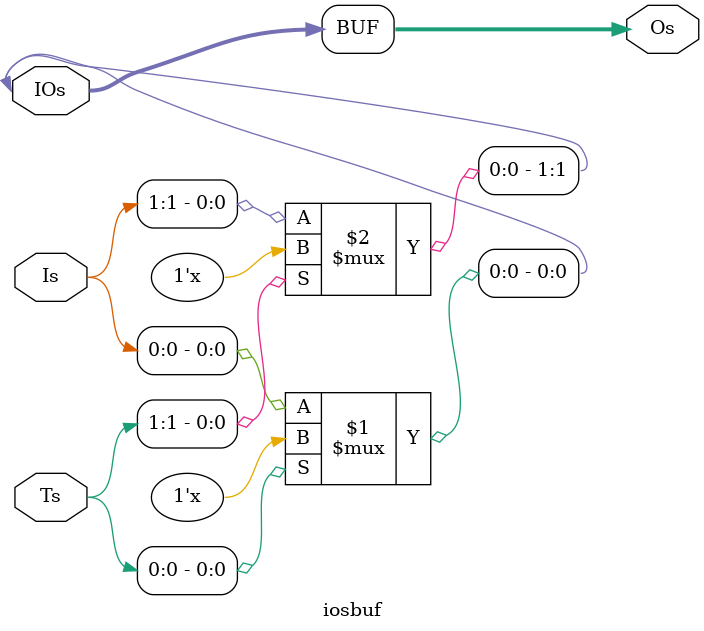
<source format=v>
module iobuf(
    input  wire  T,
    inout  wire  IO,
    input  wire  I,
    output wire  O
);

assign IO = T ? 1'bz : I;
assign O = IO;
endmodule

module iosbuf #(parameter integer NUM_IO = 2)
(
    input  wire [NUM_IO-1:0] Ts,
    inout  wire [NUM_IO-1:0] IOs,
    input  wire [NUM_IO-1:0] Is,
    output wire [NUM_IO-1:0] Os
);
genvar ii;
generate 
for (ii = 0; ii < NUM_IO; ii = ii + 1)
begin : my_iosbus_gen
    assign IOs[ii] = Ts[ii] ? 1'bz : Is[ii];
    assign Os[ii] = IOs[ii];
end
endgenerate

endmodule


</source>
